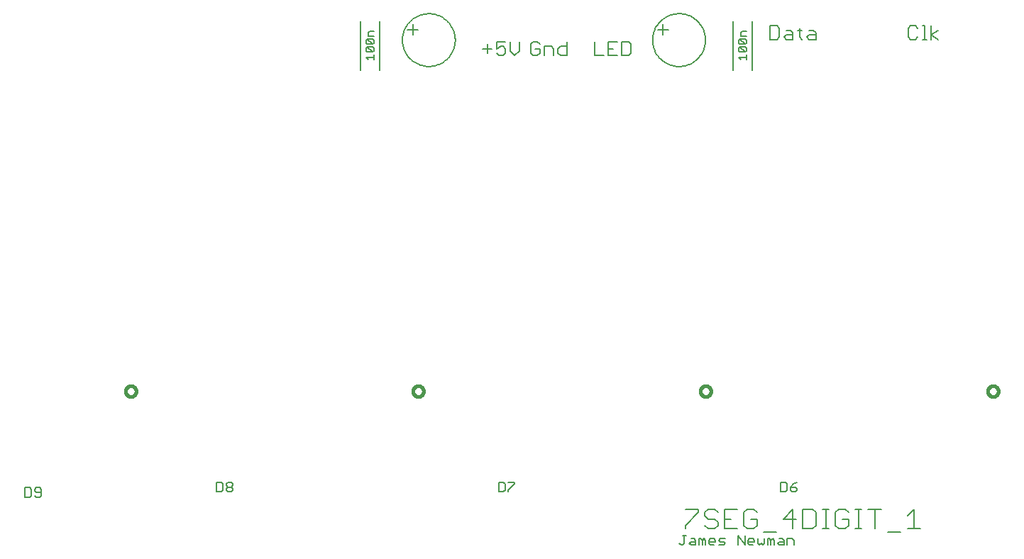
<source format=gto>
G04 Output by ViewMate Deluxe V11.0.9  PentaLogix LLC*
G04 Sun Jun 14 09:16:29 2015*
%FSLAX33Y33*%
%MOMM*%
%IPPOS*%
%ADD17C,0.13*%
%ADD110C,0.1524*%
%ADD111C,0.2032*%
%ADD113C,0.4064*%
%ADD114C,0.127*%

%LPD*%
X0Y0D2*D17*G1X101272Y61994D2*X101884Y61994D1*D17*X57587Y60731D2*X57587Y60122D1*X57130Y63538D2*X57587Y63538D1*X107716Y2794D2*X107521Y2990D1*X56975Y60122D2*X56670Y60427D1*X57587Y60427*X57434Y61057D2*X56822Y61057D1*X56670Y61209*X56670Y61514*X56822Y61669*X57434Y61669*X57587Y61514*X57587Y61209*X57434Y61057*X56822Y61669*X57587Y62928D2*X56975Y62928D1*X57130Y63538D2*X56975Y63386D1*X56975Y62928*X56822Y62603D2*X56670Y62451D1*X56670Y62146*X56822Y61994*X57434Y61994*X57587Y62146D2*X57587Y62451D1*X57434Y62603*X56822Y62603*X57434Y61994*X57587Y62146*X102037Y62928D2*X101425Y62928D1*X102037Y63538D2*X101580Y63538D1*X101425Y63386*X101425Y62928*X101272Y62603D2*X101884Y62603D1*X102037Y62451*X102037Y62146*X101884Y61994*X101272Y62603*X101120Y62451*X101120Y62146*X101272Y61994*X101272Y61669D2*X101120Y61514D1*X101120Y61209*X101272Y61057*X101884Y61057*X102037Y61209*X102037Y61514*X101884Y61669*X101272Y61669*X101884Y61057*X102037Y60122D2*X102037Y60731D1*X102037Y60427D2*X101120Y60427D1*X101425Y60122*X94074Y2405D2*X94267Y2210D1*X94463Y2210*X94658Y2405*X94658Y3378*X94854Y3378D2*X94463Y3378D1*X95438Y2990D2*X95827Y2990D1*X96022Y2794*X96022Y2598D2*X95438Y2598D1*X95242Y2405*X95438Y2210*X96022Y2210*X96022Y2794*X96802Y2794D2*X96606Y2990D1*X96411Y2990*X96411Y2210*X96802Y2210D2*X96802Y2794D1*X96998Y2990*X97191Y2794*X97191Y2210*X97582Y2405D2*X97777Y2210D1*X98166Y2210*X98362Y2598D2*X98362Y2794D1*X98166Y2990*X97777Y2990*X97582Y2794*X97582Y2405*X98362Y2598D2*X97582Y2598D1*X98750Y2210D2*X99334Y2210D1*X99530Y2405*X99334Y2598*X98946Y2598*X98750Y2794*X98946Y2990*X99530Y2990*X101869Y2210D2*X101089Y3378D1*X101089Y2210*X101869Y2210D2*X101869Y3378D1*X102258Y2405D2*X102453Y2210D1*X102845Y2210*X103038Y2794D2*X102845Y2990D1*X102453Y2990*X102258Y2794*X102258Y2405*X102258Y2598D2*X103038Y2598D1*X103038Y2794*X103429Y2990D2*X103429Y2405D1*X103624Y2210*X103817Y2405*X104013Y2210*X104209Y2405*X104209Y2990*X104597Y2210D2*X104597Y2990D1*X104793Y2990*X104988Y2794*X105377Y2794D2*X105181Y2990D1*X104988Y2794*X104988Y2210*X105377Y2794D2*X105377Y2210D1*X105961Y2990D2*X106352Y2990D1*X106548Y2794*X106548Y2210*X106548Y2598D2*X105961Y2598D1*X105768Y2405*X105961Y2210*X106548Y2210*X106937Y2210D2*X106937Y2990D1*X107521Y2990*X107716Y2794D2*X107716Y2210D1*D110*X107343Y63645D2*X107615Y63373D1*X123312Y62560D2*X123312Y64188D1*X124945Y63645D2*X124132Y63104D1*X124132Y62560D2*X124132Y64188D1*X124132Y63104D2*X124945Y62560D1*X121404Y62832D2*X121404Y63917D1*X121674Y64188*X122217Y64188*X122489Y63917*X123312Y64188D2*X123040Y64188D1*X123040Y62560D2*X123584Y62560D1*X122489Y62832D2*X122217Y62560D1*X121674Y62560*X121404Y62832*X110343Y63373D2*X110073Y63645D1*X109530Y63645*X109258Y62832D2*X109530Y62560D1*X110343Y62560*X110343Y63373*X110343Y63104D2*X109530Y63104D1*X109258Y62832*X108709Y62560D2*X108440Y62832D1*X108440Y63917*X108168Y63645D2*X108709Y63645D1*X106802Y63645D2*X107343Y63645D1*X106530Y62832D2*X106802Y62560D1*X107615Y62560*X107615Y63373*X107615Y63104D2*X106802Y63104D1*X106530Y62832*X104894Y62560D2*X104894Y64188D1*X105707Y64188*X105979Y63917*X105979Y62832*X105707Y62560*X104894Y62560*X102786Y64770D2*X102786Y58928D1*X100500Y58928D2*X100500Y64770D1*X83939Y62283D2*X83939Y60655D1*X86660Y62283D2*X85575Y62283D1*X85575Y60655*X86119Y61468D2*X85575Y61468D1*X87213Y60655D2*X87213Y62283D1*X88026Y62283*X88298Y62012*X88298Y60927*X88026Y60655*X87213Y60655*X85575Y60655D2*X86660Y60655D1*X83939Y60655D2*X85024Y60655D1*X71145Y62012D2*X71145Y60927D1*X77955Y60655D2*X77955Y61740D1*X79593Y60927D2*X79865Y60655D1*X80678Y60655*X80678Y62283*X80678Y61740D2*X79865Y61740D1*X79593Y61468*X79593Y60927*X79040Y60655D2*X79040Y61468D1*X78768Y61740*X77955Y61740*X77404Y62012D2*X77132Y62283D1*X76589Y62283*X76319Y62012*X76860Y61468D2*X77404Y61468D1*X77404Y60927*X77132Y60655*X76589Y60655*X76319Y60927*X76319Y62012*X74963Y62283D2*X74963Y61199D1*X74419Y60655*X73878Y61199*X73878Y62283*X73325Y62283D2*X72240Y62283D1*X72240Y61468*X72240Y60927D2*X72512Y60655D1*X73053Y60655*X73325Y60927*X73325Y61468*X73053Y61740*X72784Y61740*X72240Y61468*X70604Y61468D2*X71689Y61468D1*X58336Y64770D2*X58336Y58928D1*X56050Y58928D2*X56050Y64770D1*D111*X118925Y3777D2*X120485Y3777D1*X96319Y6114D2*X96319Y6505D1*X94760Y6505*X94760Y4166D2*X94760Y4554D1*X96319Y6114*X98656Y6114D2*X98268Y6505D1*X97488Y6505*X97097Y6114*X97097Y5725*X97488Y5334*X98656Y4945D2*X98268Y5334D1*X97488Y5334*X97097Y4554D2*X97488Y4166D1*X98268Y4166*X98656Y4554*X98656Y4945*X100216Y5334D2*X99436Y5334D1*X100995Y6505D2*X99436Y6505D1*X99436Y4166*X100995Y4166*X103335Y4554D2*X103335Y5334D1*X102555Y5334*X103335Y6114D2*X102944Y6505D1*X102164Y6505*X101775Y6114*X101775Y4554*X102164Y4166*X102944Y4166*X103335Y4554*X105674Y3777D2*X104115Y3777D1*X107622Y4166D2*X107622Y6505D1*X106454Y5334*X108011Y5334*X110350Y6114D2*X110350Y4554D1*X109962Y4166*X108791Y4166*X108791Y6505*X109962Y6505*X110350Y6114*X111910Y6505D2*X111130Y6505D1*X111521Y4166D2*X111521Y6505D1*X111910Y4166D2*X111130Y4166D1*X113469Y5334D2*X114249Y5334D1*X114249Y4554*X113858Y4166*X113078Y4166*X112690Y4554*X112690Y6114*X113078Y6505*X113858Y6505*X114249Y6114*X115029Y6505D2*X115809Y6505D1*X115418Y4166D2*X115418Y6505D1*X115809Y4166D2*X115029Y4166D1*X117368Y6505D2*X117368Y4166D1*X118148Y6505D2*X116589Y6505D1*X121265Y5725D2*X122044Y6505D1*X121265Y4166D2*X122824Y4166D1*X122044Y6505D2*X122044Y4166D1*D113*X130853Y20574D2*X130858Y20495D1*X130874Y20417*X130899Y20340*X130932Y20269*X130975Y20201*X131026Y20140*X131084Y20084*X131148Y20038*X131219Y20000*X131293Y19969*X131369Y19949*X131448Y19939*X131529Y19939*X131608Y19949*X131684Y19969*X131757Y20000*X131829Y20038*X131892Y20084*X131950Y20140*X132001Y20201*X132044Y20269*X132077Y20340*X132103Y20417*X132118Y20495*X132123Y20574*X132118Y20653*X132103Y20731*X132077Y20808*X132044Y20879*X132001Y20947*X131950Y21008*X131892Y21064*X131829Y21110*X131757Y21148*X131684Y21179*X131608Y21199*X131529Y21209*X131448Y21209*X131369Y21199*X131293Y21179*X131219Y21148*X131148Y21110*X131084Y21064*X131026Y21008*X130975Y20947*X130932Y20879*X130899Y20808*X130874Y20731*X130858Y20653*X130853Y20574*X96563Y20574D2*X96568Y20495D1*X96584Y20417*X96609Y20340*X96642Y20269*X96685Y20201*X96736Y20140*X96794Y20084*X96858Y20038*X96929Y20000*X97003Y19969*X97079Y19949*X97158Y19939*X97239Y19939*X97318Y19949*X97394Y19969*X97467Y20000*X97539Y20038*X97602Y20084*X97660Y20140*X97711Y20201*X97754Y20269*X97787Y20340*X97813Y20417*X97828Y20495*X97833Y20574*X97828Y20653*X97813Y20731*X97787Y20808*X97754Y20879*X97711Y20947*X97660Y21008*X97602Y21064*X97539Y21110*X97467Y21148*X97394Y21179*X97318Y21199*X97239Y21209*X97158Y21209*X97079Y21199*X97003Y21179*X96929Y21148*X96858Y21110*X96794Y21064*X96736Y21008*X96685Y20947*X96642Y20879*X96609Y20808*X96584Y20731*X96568Y20653*X96563Y20574*X27983Y20574D2*X27988Y20495D1*X28004Y20417*X28029Y20340*X28062Y20269*X28105Y20201*X28156Y20140*X28214Y20084*X28278Y20038*X28349Y20000*X28423Y19969*X28499Y19949*X28578Y19939*X28659Y19939*X28738Y19949*X28814Y19969*X28887Y20000*X28959Y20038*X29022Y20084*X29080Y20140*X29131Y20201*X29174Y20269*X29207Y20340*X29233Y20417*X29248Y20495*X29253Y20574*X29248Y20653*X29233Y20731*X29207Y20808*X29174Y20879*X29131Y20947*X29080Y21008*X29022Y21064*X28959Y21110*X28887Y21148*X28814Y21179*X28738Y21199*X28659Y21209*X28578Y21209*X28499Y21199*X28423Y21179*X28349Y21148*X28278Y21110*X28214Y21064*X28156Y21008*X28105Y20947*X28062Y20879*X28029Y20808*X28004Y20731*X27988Y20653*X27983Y20574*X62273Y20574D2*X62278Y20495D1*X62294Y20417*X62319Y20340*X62352Y20269*X62395Y20201*X62446Y20140*X62504Y20084*X62568Y20038*X62639Y20000*X62713Y19969*X62789Y19949*X62868Y19939*X62949Y19939*X63028Y19949*X63104Y19969*X63177Y20000*X63249Y20038*X63312Y20084*X63370Y20140*X63421Y20201*X63464Y20269*X63497Y20340*X63523Y20417*X63538Y20495*X63543Y20574*X63538Y20653*X63523Y20731*X63497Y20808*X63464Y20879*X63421Y20947*X63370Y21008*X63312Y21064*X63249Y21110*X63177Y21148*X63104Y21179*X63028Y21199*X62949Y21209*X62868Y21209*X62789Y21199*X62713Y21179*X62639Y21148*X62568Y21110*X62504Y21064*X62446Y21008*X62395Y20947*X62352Y20879*X62319Y20808*X62294Y20731*X62278Y20653*X62273Y20574*D114*X108082Y8763D2*X107892Y8572D1*X107701Y9525D2*X108082Y9716D1*X73665Y8763D2*X74427Y9525D1*X61638Y63754D2*X62908Y63754D1*X62273Y63119D2*X62273Y64389D1*X61029Y62484D2*X61034Y62306D1*X61049Y62128*X61074Y61951*X61110Y61778*X61153Y61605*X61209Y61435*X61272Y61267*X61346Y61105*X61427Y60947*X61519Y60795*X61620Y60648*X61727Y60505*X61844Y60371*X61966Y60241*X62098Y60119*X62235Y60005*X62377Y59901*X62527Y59802*X62682Y59713*X62840Y59632*X63005Y59560*X63170Y59500*X63343Y59449*X63515Y59406*X63690Y59372*X63866Y59350*X64044Y59337*X64224Y59334*X64402Y59342*X64580Y59360*X64755Y59388*X64927Y59426*X65100Y59472*X65270Y59530*X65435Y59596*X65596Y59672*X65753Y59756*X65905Y59850*X66050Y59952*X66192Y60061*X66324Y60180*X66451Y60305*X66571Y60437*X66683Y60576*X66787Y60721*X66883Y60871*X66970Y61026*X67048Y61186*X67117Y61351*X67175Y61519*X67226Y61692*X67267Y61864*X67297Y62040*X67318Y62217*X67328Y62395*X67328Y62573*X67318Y62751*X67297Y62928*X67267Y63104*X67226Y63276*X67175Y63449*X67117Y63617*X67048Y63782*X66970Y63942*X66883Y64097*X66787Y64247*X66683Y64392*X66571Y64531*X66451Y64663*X66324Y64788*X66192Y64907*X66050Y65016*X65905Y65118*X65753Y65212*X65596Y65296*X65435Y65372*X65270Y65438*X65100Y65496*X64927Y65542*X64755Y65580*X64580Y65608*X64402Y65626*X64224Y65634*X64044Y65631*X63866Y65618*X63690Y65596*X63515Y65562*X63343Y65519*X63170Y65468*X63005Y65408*X62840Y65336*X62682Y65255*X62527Y65166*X62377Y65067*X62235Y64963*X62098Y64849*X61966Y64727*X61844Y64597*X61727Y64463*X61620Y64320*X61519Y64173*X61427Y64021*X61346Y63863*X61272Y63701*X61209Y63533*X61153Y63363*X61110Y63190*X61074Y63017*X61049Y62840*X61034Y62662*X61029Y62484*X91483Y63754D2*X92753Y63754D1*X92118Y63119D2*X92118Y64389D1*X90874Y62484D2*X90879Y62306D1*X90894Y62128*X90919Y61951*X90955Y61778*X90998Y61605*X91054Y61435*X91117Y61267*X91191Y61105*X91272Y60947*X91364Y60795*X91465Y60648*X91572Y60505*X91689Y60371*X91811Y60241*X91943Y60119*X92080Y60005*X92222Y59901*X92372Y59802*X92527Y59713*X92685Y59632*X92850Y59560*X93015Y59500*X93188Y59449*X93360Y59406*X93536Y59372*X93711Y59350*X93889Y59337*X94069Y59334*X94247Y59342*X94424Y59360*X94600Y59388*X94772Y59426*X94945Y59472*X95115Y59530*X95280Y59596*X95440Y59672*X95598Y59756*X95750Y59850*X95895Y59952*X96037Y60061*X96169Y60180*X96296Y60305*X96416Y60437*X96528Y60576*X96632Y60721*X96728Y60871*X96815Y61026*X96893Y61186*X96962Y61351*X97020Y61519*X97071Y61692*X97112Y61864*X97142Y62040*X97163Y62217*X97173Y62395*X97173Y62573*X97163Y62751*X97142Y62928*X97112Y63104*X97071Y63276*X97020Y63449*X96962Y63617*X96893Y63782*X96815Y63942*X96728Y64097*X96632Y64247*X96528Y64392*X96416Y64531*X96296Y64663*X96169Y64788*X96037Y64907*X95895Y65016*X95750Y65118*X95598Y65212*X95440Y65296*X95280Y65372*X95115Y65438*X94945Y65496*X94772Y65542*X94600Y65580*X94424Y65608*X94247Y65626*X94069Y65634*X93889Y65631*X93711Y65618*X93536Y65596*X93360Y65562*X93188Y65519*X93015Y65468*X92850Y65408*X92685Y65336*X92527Y65255*X92372Y65166*X92222Y65067*X92080Y64963*X91943Y64849*X91811Y64727*X91689Y64597*X91572Y64463*X91465Y64320*X91364Y64173*X91272Y64021*X91191Y63863*X91117Y63701*X91054Y63533*X90998Y63363*X90955Y63190*X90919Y63017*X90894Y62840*X90879Y62662*X90874Y62484*X107701Y9525D2*X107320Y9144D1*X107320Y8763*X107511Y8572*X107892Y8572*X108082Y8763D2*X108082Y8954D1*X107892Y9144*X107320Y9144*X106152Y9716D2*X106723Y9716D1*X106914Y9525*X106914Y8763*X106723Y8572*X106152Y8572*X106152Y9716*X73665Y9716D2*X74427Y9716D1*X74427Y9525*X73665Y8572D2*X73665Y8763D1*X72497Y8572D2*X72497Y9716D1*X73068Y9716*X73259Y9525*X73259Y8763*X73068Y8572*X72497Y8572*X40582Y9144D2*X40772Y9334D1*X40772Y9525*X40582Y9716*X40201Y9716*X40010Y9525*X40010Y9334*X40201Y9144*X40010Y8763D2*X40201Y8572D1*X40582Y8572*X40772Y8763*X40772Y8954*X40582Y9144*X40201Y9144*X40010Y8954*X40010Y8763*X38842Y8572D2*X38842Y9716D1*X39413Y9716*X39604Y9525*X39604Y8763*X39413Y8572*X38842Y8572*X17912Y8509D2*X17341Y8509D1*X17150Y8700*X17150Y8890*X17341Y9080*X17722Y9080*X17912Y8890*X17912Y8128*X17722Y7938*X17341Y7938*X17150Y8128*X16553Y7938D2*X16744Y8128D1*X16744Y8890*X16553Y9080*X15982Y9080*X15982Y7938*X16553Y7938*X0Y0D2*M02*
</source>
